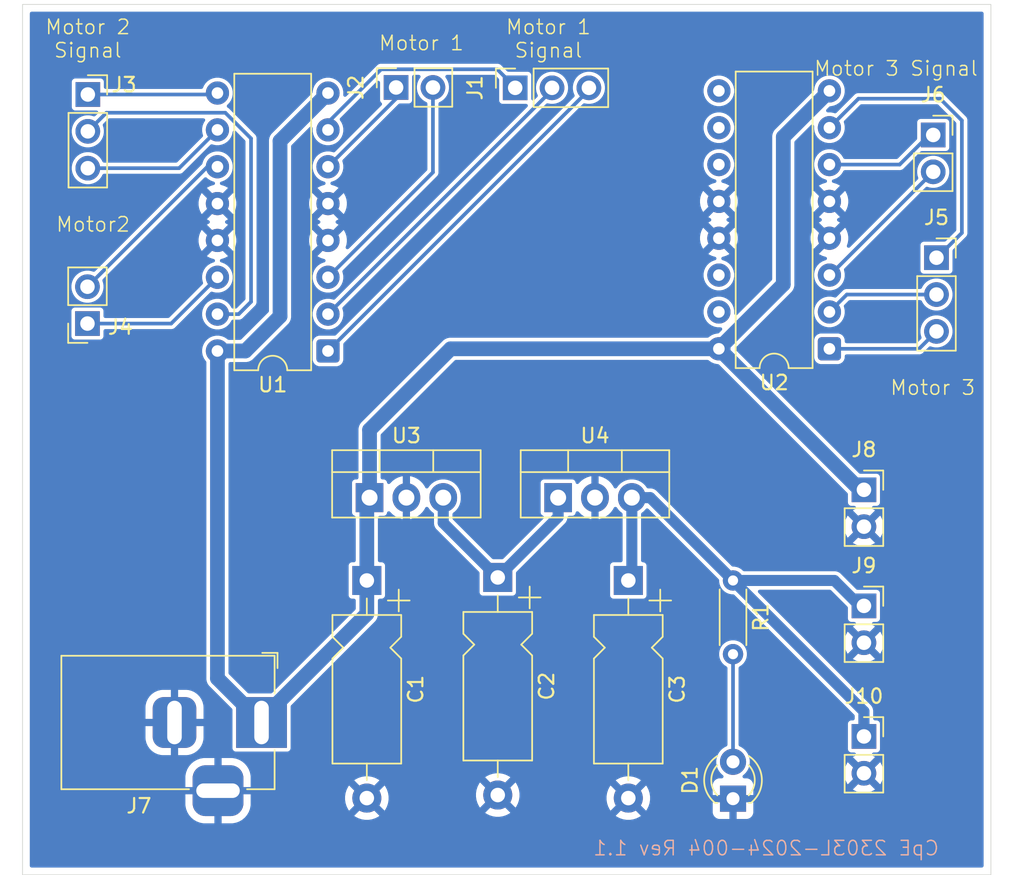
<source format=kicad_pcb>
(kicad_pcb (version 20241229) (generator "pcbnew") (generator_version "9.0")
  (title_block (title "CpE 2303L Practical Activity 3 #1") (date "2025-07-09") (rev "1.1") (company "Chrys Sean T. Sevilla"))
  (layers (0 "F.Cu" signal) (2 "B.Cu" signal) (13 "F.Paste" user) (15 "B.Paste" user) (5 "F.SilkS" user "F.Silkscreen") (7 "B.SilkS" user "B.Silkscreen") (1 "F.Mask" user) (3 "B.Mask" user) (25 "Edge.Cuts" user))
  (net 0 "")
  (net 1 "GND")
  (net 2 "+5V")
  (net 3 "/Motor Driver/11.1V")
  (net 4 "/Motor Driver/PWM1")
  (net 5 "/Motor Driver/BDIRECTION1")
  (net 6 "/Motor Driver/FDIRECTION1")
  (net 7 "/Motor Driver/MOTOR1B")
  (net 8 "/Motor Driver/MOTOR1A")
  (net 9 "/Motor Driver/BDIRECTION2")
  (net 10 "/Motor Driver/FDIRECTION2")
  (net 11 "/Motor Driver/PWM2")
  (net 12 "/Motor Driver/MOTOR2B")
  (net 13 "/Motor Driver/MOTOR2A")
  (net 14 "/Motor Driver/BDIRECTION3")
  (net 15 "/Motor Driver/PWM3")
  (net 16 "/Motor Driver/FDIRECTION3")
  (net 17 "/Motor Driver/MOTOR3B")
  (net 18 "/Motor Driver/MOTOR3A")
  (net 24 "/Power Supply/7809 Output")
  (net 25 "/Power Supply/LED")
  (footprint "Connector_PinSocket_2.54mm:PinSocket_1x03_P2.54mm_Vertical" (layer "F.Cu") (at 102.5 76.21)
    (property "Reference" "J3" (at 2.5 -0.67 0) (layer "F.SilkS"))
    (property "Value" "MOTOR2 SIGNAL")
    (fp_line (start -1.33 1.27) (end -1.33 6.41) (stroke (width 0.12)) (layer "F.SilkS"))
    (fp_line (start -1.33 1.27) (end 1.33 1.27) (stroke (width 0.12)) (layer "F.SilkS"))
    (fp_line (start -1.33 6.41) (end 1.33 6.41) (stroke (width 0.12)) (layer "F.SilkS"))
    (fp_line (start 0 -1.33) (end 1.33 -1.33) (stroke (width 0.12)) (layer "F.SilkS"))
    (fp_line (start 1.33 -1.33) (end 1.33 0) (stroke (width 0.12)) (layer "F.SilkS"))
    (fp_line (start 1.33 1.27) (end 1.33 6.41) (stroke (width 0.12)) (layer "F.SilkS"))
    (pad "1" thru_hole rect (at 0 0) (size 1.7 1.7) (drill 1) (layers "*.Cu" "*.Mask") (net 11 "/Motor Driver/PWM2"))
    (pad "2" thru_hole circle (at 0 2.54) (size 1.7 1.7) (drill 1) (layers "*.Cu" "*.Mask") (net 10 "/Motor Driver/FDIRECTION2"))
    (pad "3" thru_hole circle (at 0 5.08) (size 1.7 1.7) (drill 1) (layers "*.Cu" "*.Mask") (net 9 "/Motor Driver/BDIRECTION2"))
  )
  (footprint "Connector_BarrelJack:BarrelJack_Horizontal" (layer "F.Cu") (at 114.475 119.5)
    (property "Reference" "J7" (at -8.45 5.75 0) (layer "F.SilkS"))
    (property "Value" "Barrel_Jack_Switch")
    (fp_line (start -13.8 -4.6) (end 0.9 -4.6) (stroke (width 0.12)) (layer "F.SilkS"))
    (fp_line (start -13.8 4.6) (end -13.8 -4.6) (stroke (width 0.12)) (layer "F.SilkS"))
    (fp_line (start -5 4.6) (end -13.8 4.6) (stroke (width 0.12)) (layer "F.SilkS"))
    (fp_line (start 0.05 -4.8) (end 1.1 -4.8) (stroke (width 0.12)) (layer "F.SilkS"))
    (fp_line (start 0.9 -4.6) (end 0.9 -2) (stroke (width 0.12)) (layer "F.SilkS"))
    (fp_line (start 0.9 1.9) (end 0.9 4.6) (stroke (width 0.12)) (layer "F.SilkS"))
    (fp_line (start 0.9 4.6) (end -1 4.6) (stroke (width 0.12)) (layer "F.SilkS"))
    (fp_line (start 1.1 -3.75) (end 1.1 -4.8) (stroke (width 0.12)) (layer "F.SilkS"))
    (pad "1" thru_hole rect (at 0 0) (size 3.5 3.5) (drill oval 1 3) (layers "*.Cu" "*.Mask") (net 3 "/Motor Driver/11.1V"))
    (pad "2" thru_hole roundrect (at -6 0) (size 3 3.5) (drill oval 1 3) (layers "*.Cu" "*.Mask") (net 1 "GND"))
    (pad "3" thru_hole roundrect (at -3 4.7) (size 3.5 3.5) (drill oval 3 1) (layers "*.Cu" "*.Mask") (net 1 "GND"))
  )
  (footprint "Resistor_THT:R_Axial_DIN0204_L3.6mm_D1.6mm_P5.08mm_Horizontal" (layer "F.Cu") (at 146.975 109.71 -90)
    (property "Reference" "R1" (at 2.54 -1.92 90) (layer "F.SilkS"))
    (property "Value" "180")
    (fp_line (start 0.62 0.92) (end 4.46 0.92) (stroke (width 0.12)) (layer "F.SilkS"))
    (fp_line (start 0.62 -0.92) (end 4.46 -0.92) (stroke (width 0.12)) (layer "F.SilkS"))
    (pad "1" thru_hole circle (at 0 0 270) (size 1.4 1.4) (drill 0.7) (layers "*.Cu" "*.Mask") (net 2 "+5V"))
    (pad "2" thru_hole oval (at 5.08 0 270) (size 1.4 1.4) (drill 0.7) (layers "*.Cu" "*.Mask") (net 25 "/Power Supply/LED"))
  )
  (footprint "Capacitor_THT:CP_Axial_L10.0mm_D4.5mm_P15.00mm_Horizontal" (layer "F.Cu") (at 121.7325 109.71 -90)
    (property "Reference" "C1" (at 7.5 -3.37 90) (layer "F.SilkS"))
    (property "Value" "470uF")
    (fp_line (start 2.38 2.37) (end 3.88 2.37) (stroke (width 0.12)) (layer "F.SilkS"))
    (fp_line (start 3.88 2.37) (end 4.63 1.62) (stroke (width 0.12)) (layer "F.SilkS"))
    (fp_line (start 5.38 2.37) (end 12.62 2.37) (stroke (width 0.12)) (layer "F.SilkS"))
    (fp_line (start 4.63 1.62) (end 5.38 2.37) (stroke (width 0.12)) (layer "F.SilkS"))
    (fp_line (start 1.24 0) (end 2.38 0) (stroke (width 0.12)) (layer "F.SilkS"))
    (fp_line (start 13.76 0) (end 12.62 0) (stroke (width 0.12)) (layer "F.SilkS"))
    (fp_line (start 4.63 -1.62) (end 5.38 -2.37) (stroke (width 0.12)) (layer "F.SilkS"))
    (fp_line (start 0.63 -2.2) (end 2.13 -2.2) (stroke (width 0.12)) (layer "F.SilkS"))
    (fp_line (start 2.38 -2.37) (end 2.38 2.37) (stroke (width 0.12)) (layer "F.SilkS"))
    (fp_line (start 2.38 -2.37) (end 3.88 -2.37) (stroke (width 0.12)) (layer "F.SilkS"))
    (fp_line (start 3.88 -2.37) (end 4.63 -1.62) (stroke (width 0.12)) (layer "F.SilkS"))
    (fp_line (start 5.38 -2.37) (end 12.62 -2.37) (stroke (width 0.12)) (layer "F.SilkS"))
    (fp_line (start 12.62 -2.37) (end 12.62 2.37) (stroke (width 0.12)) (layer "F.SilkS"))
    (fp_line (start 1.38 -2.95) (end 1.38 -1.45) (stroke (width 0.12)) (layer "F.SilkS"))
    (pad "1" thru_hole rect (at 0 0 270) (size 2 2) (drill 1) (layers "*.Cu" "*.Mask") (net 3 "/Motor Driver/11.1V"))
    (pad "2" thru_hole circle (at 15 0 270) (size 2 2) (drill 1) (layers "*.Cu" "*.Mask") (net 1 "GND"))
  )
  (footprint "Connector_PinSocket_2.54mm:PinSocket_1x02_P2.54mm_Vertical" (layer "F.Cu") (at 156 111.46)
    (property "Reference" "J9" (at 0 -2.77 0) (layer "F.SilkS"))
    (property "Value" "5V OUTPUT")
    (fp_line (start -1.33 1.27) (end -1.33 3.87) (stroke (width 0.12)) (layer "F.SilkS"))
    (fp_line (start -1.33 1.27) (end 1.33 1.27) (stroke (width 0.12)) (layer "F.SilkS"))
    (fp_line (start -1.33 3.87) (end 1.33 3.87) (stroke (width 0.12)) (layer "F.SilkS"))
    (fp_line (start 0 -1.33) (end 1.33 -1.33) (stroke (width 0.12)) (layer "F.SilkS"))
    (fp_line (start 1.33 -1.33) (end 1.33 0) (stroke (width 0.12)) (layer "F.SilkS"))
    (fp_line (start 1.33 1.27) (end 1.33 3.87) (stroke (width 0.12)) (layer "F.SilkS"))
    (pad "1" thru_hole rect (at 0 0) (size 1.7 1.7) (drill 1) (layers "*.Cu" "*.Mask") (net 2 "+5V"))
    (pad "2" thru_hole circle (at 0 2.54) (size 1.7 1.7) (drill 1) (layers "*.Cu" "*.Mask") (net 1 "GND"))
  )
  (footprint "Connector_PinSocket_2.54mm:PinSocket_1x03_P2.54mm_Vertical" (layer "F.Cu") (at 161 87.46)
    (property "Reference" "J5" (at 0 -2.77 0) (layer "F.SilkS"))
    (property "Value" "MOTOR3 SIGNAL")
    (fp_line (start -1.33 1.27) (end -1.33 6.41) (stroke (width 0.12)) (layer "F.SilkS"))
    (fp_line (start -1.33 1.27) (end 1.33 1.27) (stroke (width 0.12)) (layer "F.SilkS"))
    (fp_line (start -1.33 6.41) (end 1.33 6.41) (stroke (width 0.12)) (layer "F.SilkS"))
    (fp_line (start 0 -1.33) (end 1.33 -1.33) (stroke (width 0.12)) (layer "F.SilkS"))
    (fp_line (start 1.33 -1.33) (end 1.33 0) (stroke (width 0.12)) (layer "F.SilkS"))
    (fp_line (start 1.33 1.27) (end 1.33 6.41) (stroke (width 0.12)) (layer "F.SilkS"))
    (pad "1" thru_hole rect (at 0 0) (size 1.7 1.7) (drill 1) (layers "*.Cu" "*.Mask") (net 14 "/Motor Driver/BDIRECTION3"))
    (pad "2" thru_hole circle (at 0 2.54) (size 1.7 1.7) (drill 1) (layers "*.Cu" "*.Mask") (net 16 "/Motor Driver/FDIRECTION3"))
    (pad "3" thru_hole circle (at 0 5.08) (size 1.7 1.7) (drill 1) (layers "*.Cu" "*.Mask") (net 15 "/Motor Driver/PWM3"))
  )
  (footprint "Connector_PinSocket_2.54mm:PinSocket_1x02_P2.54mm_Vertical" (layer "F.Cu") (at 123.75 75.725 90)
    (property "Reference" "J2" (at 0 -2.77 90) (layer "F.SilkS"))
    (property "Value" "MOTOR1")
    (fp_line (start 1.33 -1.33) (end 1.33 0) (stroke (width 0.12)) (layer "F.SilkS"))
    (fp_line (start 0 -1.33) (end 1.33 -1.33) (stroke (width 0.12)) (layer "F.SilkS"))
    (fp_line (start 1.33 1.27) (end 1.33 3.87) (stroke (width 0.12)) (layer "F.SilkS"))
    (fp_line (start -1.33 1.27) (end 1.33 1.27) (stroke (width 0.12)) (layer "F.SilkS"))
    (fp_line (start -1.33 1.27) (end -1.33 3.87) (stroke (width 0.12)) (layer "F.SilkS"))
    (fp_line (start -1.33 3.87) (end 1.33 3.87) (stroke (width 0.12)) (layer "F.SilkS"))
    (pad "1" thru_hole rect (at 0 0 90) (size 1.7 1.7) (drill 1) (layers "*.Cu" "*.Mask") (net 7 "/Motor Driver/MOTOR1B"))
    (pad "2" thru_hole circle (at 0 2.54 90) (size 1.7 1.7) (drill 1) (layers "*.Cu" "*.Mask") (net 8 "/Motor Driver/MOTOR1A"))
  )
  (footprint "Capacitor_THT:CP_Axial_L10.0mm_D4.5mm_P15.00mm_Horizontal" (layer "F.Cu") (at 130.7575 109.5 -90)
    (property "Reference" "C2" (at 7.5 -3.37 90) (layer "F.SilkS"))
    (property "Value" "0.1uF")
    (fp_line (start 2.38 2.37) (end 3.88 2.37) (stroke (width 0.12)) (layer "F.SilkS"))
    (fp_line (start 3.88 2.37) (end 4.63 1.62) (stroke (width 0.12)) (layer "F.SilkS"))
    (fp_line (start 5.38 2.37) (end 12.62 2.37) (stroke (width 0.12)) (layer "F.SilkS"))
    (fp_line (start 4.63 1.62) (end 5.38 2.37) (stroke (width 0.12)) (layer "F.SilkS"))
    (fp_line (start 1.24 0) (end 2.38 0) (stroke (width 0.12)) (layer "F.SilkS"))
    (fp_line (start 13.76 0) (end 12.62 0) (stroke (width 0.12)) (layer "F.SilkS"))
    (fp_line (start 4.63 -1.62) (end 5.38 -2.37) (stroke (width 0.12)) (layer "F.SilkS"))
    (fp_line (start 0.63 -2.2) (end 2.13 -2.2) (stroke (width 0.12)) (layer "F.SilkS"))
    (fp_line (start 2.38 -2.37) (end 2.38 2.37) (stroke (width 0.12)) (layer "F.SilkS"))
    (fp_line (start 2.38 -2.37) (end 3.88 -2.37) (stroke (width 0.12)) (layer "F.SilkS"))
    (fp_line (start 3.88 -2.37) (end 4.63 -1.62) (stroke (width 0.12)) (layer "F.SilkS"))
    (fp_line (start 5.38 -2.37) (end 12.62 -2.37) (stroke (width 0.12)) (layer "F.SilkS"))
    (fp_line (start 12.62 -2.37) (end 12.62 2.37) (stroke (width 0.12)) (layer "F.SilkS"))
    (fp_line (start 1.38 -2.95) (end 1.38 -1.45) (stroke (width 0.12)) (layer "F.SilkS"))
    (pad "1" thru_hole rect (at 0 0 270) (size 2 2) (drill 1) (layers "*.Cu" "*.Mask") (net 24 "/Power Supply/7809 Output"))
    (pad "2" thru_hole circle (at 15 0 270) (size 2 2) (drill 1) (layers "*.Cu" "*.Mask") (net 1 "GND"))
  )
  (footprint "Package_DIP:DIP-16_W7.62mm" (layer "F.Cu") (at 153.62 93.74 180)
    (property "Reference" "U2" (at 3.81 -2.33 0) (layer "F.SilkS"))
    (property "Value" "L293D")
    (fp_line (start 6.46 19.11) (end 6.46 -1.33) (stroke (width 0.12)) (layer "F.SilkS"))
    (fp_line (start 6.46 -1.33) (end 4.81 -1.33) (stroke (width 0.12)) (layer "F.SilkS"))
    (fp_line (start 2.81 -1.33) (end 1.16 -1.33) (stroke (width 0.12)) (layer "F.SilkS"))
    (fp_line (start 1.16 19.11) (end 6.46 19.11) (stroke (width 0.12)) (layer "F.SilkS"))
    (fp_line (start 1.16 -1.33) (end 1.16 19.11) (stroke (width 0.12)) (layer "F.SilkS"))
    (fp_arc (start 4.81 -1.33) (mid 3.81 -0.33) (end 2.81 -1.33) (stroke (width 0.12)) (layer "F.SilkS"))
    (pad "1" thru_hole roundrect (at 0 0 180) (size 1.6 1.6) (drill 0.8) (layers "*.Cu" "*.Mask") (roundrect_rratio 0.15625) (net 15 "/Motor Driver/PWM3"))
    (pad "2" thru_hole circle (at 0 2.54 180) (size 1.6 1.6) (drill 0.8) (layers "*.Cu" "*.Mask") (net 16 "/Motor Driver/FDIRECTION3"))
    (pad "3" thru_hole circle (at 0 5.08 180) (size 1.6 1.6) (drill 0.8) (layers "*.Cu" "*.Mask") (net 18 "/Motor Driver/MOTOR3A"))
    (pad "4" thru_hole circle (at 0 7.62 180) (size 1.6 1.6) (drill 0.8) (layers "*.Cu" "*.Mask") (net 1 "GND"))
    (pad "5" thru_hole circle (at 0 10.16 180) (size 1.6 1.6) (drill 0.8) (layers "*.Cu" "*.Mask") (net 1 "GND"))
    (pad "6" thru_hole circle (at 0 12.7 180) (size 1.6 1.6) (drill 0.8) (layers "*.Cu" "*.Mask") (net 17 "/Motor Driver/MOTOR3B"))
    (pad "7" thru_hole circle (at 0 15.24 180) (size 1.6 1.6) (drill 0.8) (layers "*.Cu" "*.Mask") (net 14 "/Motor Driver/BDIRECTION3"))
    (pad "8" thru_hole circle (at 0 17.78 180) (size 1.6 1.6) (drill 0.8) (layers "*.Cu" "*.Mask") (net 3 "/Motor Driver/11.1V"))
    (pad "9" thru_hole circle (at 7.62 17.78 180) (size 1.6 1.6) (drill 0.8) (layers "*.Cu" "*.Mask"))
    (pad "10" thru_hole circle (at 7.62 15.24 180) (size 1.6 1.6) (drill 0.8) (layers "*.Cu" "*.Mask"))
    (pad "11" thru_hole circle (at 7.62 12.7 180) (size 1.6 1.6) (drill 0.8) (layers "*.Cu" "*.Mask"))
    (pad "12" thru_hole circle (at 7.62 10.16 180) (size 1.6 1.6) (drill 0.8) (layers "*.Cu" "*.Mask") (net 1 "GND"))
    (pad "13" thru_hole circle (at 7.62 7.62 180) (size 1.6 1.6) (drill 0.8) (layers "*.Cu" "*.Mask") (net 1 "GND"))
    (pad "14" thru_hole circle (at 7.62 5.08 180) (size 1.6 1.6) (drill 0.8) (layers "*.Cu" "*.Mask"))
    (pad "15" thru_hole circle (at 7.62 2.54 180) (size 1.6 1.6) (drill 0.8) (layers "*.Cu" "*.Mask"))
    (pad "16" thru_hole circle (at 7.62 0 180) (size 1.6 1.6) (drill 0.8) (layers "*.Cu" "*.Mask") (net 3 "/Motor Driver/11.1V"))
  )
  (footprint "Package_TO_SOT_THT:TO-220-3_Vertical" (layer "F.Cu") (at 134.92 104)
    (property "Reference" "U4" (at 2.54 -4.27 0) (layer "F.SilkS"))
    (property "Value" "LM7805_TO220")
    (fp_line (start -2.58 -3.27) (end -2.58 1.371) (stroke (width 0.12)) (layer "F.SilkS"))
    (fp_line (start -2.58 -3.27) (end 7.66 -3.27) (stroke (width 0.12)) (layer "F.SilkS"))
    (fp_line (start -2.58 -1.76) (end 7.66 -1.76) (stroke (width 0.12)) (layer "F.SilkS"))
    (fp_line (start -2.58 1.371) (end 7.66 1.371) (stroke (width 0.12)) (layer "F.SilkS"))
    (fp_line (start 0.69 -3.27) (end 0.69 -1.76) (stroke (width 0.12)) (layer "F.SilkS"))
    (fp_line (start 4.391 -3.27) (end 4.391 -1.76) (stroke (width 0.12)) (layer "F.SilkS"))
    (fp_line (start 7.66 -3.27) (end 7.66 1.371) (stroke (width 0.12)) (layer "F.SilkS"))
    (pad "1" thru_hole rect (at 0 0) (size 1.905 2) (drill 1.1) (layers "*.Cu" "*.Mask") (net 24 "/Power Supply/7809 Output"))
    (pad "2" thru_hole oval (at 2.54 0) (size 1.905 2) (drill 1.1) (layers "*.Cu" "*.Mask") (net 1 "GND"))
    (pad "3" thru_hole oval (at 5.08 0) (size 1.905 2) (drill 1.1) (layers "*.Cu" "*.Mask") (net 2 "+5V"))
  )
  (footprint "Connector_PinSocket_2.54mm:PinSocket_1x02_P2.54mm_Vertical" (layer "F.Cu") (at 160.775 79)
    (property "Reference" "J6" (at 0 -2.77 0) (layer "F.SilkS"))
    (property "Value" "MOTOR3")
    (fp_line (start -1.33 1.27) (end -1.33 3.87) (stroke (width 0.12)) (layer "F.SilkS"))
    (fp_line (start -1.33 1.27) (end 1.33 1.27) (stroke (width 0.12)) (layer "F.SilkS"))
    (fp_line (start -1.33 3.87) (end 1.33 3.87) (stroke (width 0.12)) (layer "F.SilkS"))
    (fp_line (start 0 -1.33) (end 1.33 -1.33) (stroke (width 0.12)) (layer "F.SilkS"))
    (fp_line (start 1.33 -1.33) (end 1.33 0) (stroke (width 0.12)) (layer "F.SilkS"))
    (fp_line (start 1.33 1.27) (end 1.33 3.87) (stroke (width 0.12)) (layer "F.SilkS"))
    (pad "1" thru_hole rect (at 0 0) (size 1.7 1.7) (drill 1) (layers "*.Cu" "*.Mask") (net 17 "/Motor Driver/MOTOR3B"))
    (pad "2" thru_hole circle (at 0 2.54) (size 1.7 1.7) (drill 1) (layers "*.Cu" "*.Mask") (net 18 "/Motor Driver/MOTOR3A"))
  )
  (footprint "Connector_PinSocket_2.54mm:PinSocket_1x02_P2.54mm_Vertical" (layer "F.Cu") (at 156 103.46)
    (property "Reference" "J8" (at 0 -2.77 0) (layer "F.SilkS"))
    (property "Value" "11.1 V OUTPUT")
    (fp_line (start -1.33 1.27) (end -1.33 3.87) (stroke (width 0.12)) (layer "F.SilkS"))
    (fp_line (start -1.33 1.27) (end 1.33 1.27) (stroke (width 0.12)) (layer "F.SilkS"))
    (fp_line (start -1.33 3.87) (end 1.33 3.87) (stroke (width 0.12)) (layer "F.SilkS"))
    (fp_line (start 0 -1.33) (end 1.33 -1.33) (stroke (width 0.12)) (layer "F.SilkS"))
    (fp_line (start 1.33 -1.33) (end 1.33 0) (stroke (width 0.12)) (layer "F.SilkS"))
    (fp_line (start 1.33 1.27) (end 1.33 3.87) (stroke (width 0.12)) (layer "F.SilkS"))
    (pad "1" thru_hole rect (at 0 0) (size 1.7 1.7) (drill 1) (layers "*.Cu" "*.Mask") (net 3 "/Motor Driver/11.1V"))
    (pad "2" thru_hole circle (at 0 2.54) (size 1.7 1.7) (drill 1) (layers "*.Cu" "*.Mask") (net 1 "GND"))
  )
  (footprint "Package_TO_SOT_THT:TO-220-3_Vertical" (layer "F.Cu") (at 121.92 104)
    (property "Reference" "U3" (at 2.54 -4.27 0) (layer "F.SilkS"))
    (property "Value" "LM7809_TO220")
    (fp_line (start -2.58 -3.27) (end -2.58 1.371) (stroke (width 0.12)) (layer "F.SilkS"))
    (fp_line (start -2.58 -3.27) (end 7.66 -3.27) (stroke (width 0.12)) (layer "F.SilkS"))
    (fp_line (start -2.58 -1.76) (end 7.66 -1.76) (stroke (width 0.12)) (layer "F.SilkS"))
    (fp_line (start -2.58 1.371) (end 7.66 1.371) (stroke (width 0.12)) (layer "F.SilkS"))
    (fp_line (start 0.69 -3.27) (end 0.69 -1.76) (stroke (width 0.12)) (layer "F.SilkS"))
    (fp_line (start 4.391 -3.27) (end 4.391 -1.76) (stroke (width 0.12)) (layer "F.SilkS"))
    (fp_line (start 7.66 -3.27) (end 7.66 1.371) (stroke (width 0.12)) (layer "F.SilkS"))
    (pad "1" thru_hole rect (at 0 0) (size 1.905 2) (drill 1.1) (layers "*.Cu" "*.Mask") (net 3 "/Motor Driver/11.1V"))
    (pad "2" thru_hole oval (at 2.54 0) (size 1.905 2) (drill 1.1) (layers "*.Cu" "*.Mask") (net 1 "GND"))
    (pad "3" thru_hole oval (at 5.08 0) (size 1.905 2) (drill 1.1) (layers "*.Cu" "*.Mask") (net 24 "/Power Supply/7809 Output"))
  )
  (footprint "Connector_PinSocket_2.54mm:PinSocket_1x03_P2.54mm_Vertical" (layer "F.Cu") (at 131.96 75.75 90)
    (property "Reference" "J1" (at 0 -2.77 90) (layer "F.SilkS"))
    (property "Value" "MOTOR1 SIGNAL")
    (fp_line (start 1.33 -1.33) (end 1.33 0) (stroke (width 0.12)) (layer "F.SilkS"))
    (fp_line (start 0 -1.33) (end 1.33 -1.33) (stroke (width 0.12)) (layer "F.SilkS"))
    (fp_line (start 1.33 1.27) (end 1.33 6.41) (stroke (width 0.12)) (layer "F.SilkS"))
    (fp_line (start -1.33 1.27) (end 1.33 1.27) (stroke (width 0.12)) (layer "F.SilkS"))
    (fp_line (start -1.33 1.27) (end -1.33 6.41) (stroke (width 0.12)) (layer "F.SilkS"))
    (fp_line (start -1.33 6.41) (end 1.33 6.41) (stroke (width 0.12)) (layer "F.SilkS"))
    (pad "1" thru_hole rect (at 0 0 90) (size 1.7 1.7) (drill 1) (layers "*.Cu" "*.Mask") (net 5 "/Motor Driver/BDIRECTION1"))
    (pad "2" thru_hole circle (at 0 2.54 90) (size 1.7 1.7) (drill 1) (layers "*.Cu" "*.Mask") (net 6 "/Motor Driver/FDIRECTION1"))
    (pad "3" thru_hole circle (at 0 5.08 90) (size 1.7 1.7) (drill 1) (layers "*.Cu" "*.Mask") (net 4 "/Motor Driver/PWM1"))
  )
  (footprint "Capacitor_THT:CP_Axial_L10.0mm_D4.5mm_P15.00mm_Horizontal" (layer "F.Cu") (at 139.7575 109.71 -90)
    (property "Reference" "C3" (at 7.5 -3.37 90) (layer "F.SilkS"))
    (property "Value" "0.1uF")
    (fp_line (start 2.38 2.37) (end 3.88 2.37) (stroke (width 0.12)) (layer "F.SilkS"))
    (fp_line (start 3.88 2.37) (end 4.63 1.62) (stroke (width 0.12)) (layer "F.SilkS"))
    (fp_line (start 5.38 2.37) (end 12.62 2.37) (stroke (width 0.12)) (layer "F.SilkS"))
    (fp_line (start 4.63 1.62) (end 5.38 2.37) (stroke (width 0.12)) (layer "F.SilkS"))
    (fp_line (start 1.24 0) (end 2.38 0) (stroke (width 0.12)) (layer "F.SilkS"))
    (fp_line (start 13.76 0) (end 12.62 0) (stroke (width 0.12)) (layer "F.SilkS"))
    (fp_line (start 4.63 -1.62) (end 5.38 -2.37) (stroke (width 0.12)) (layer "F.SilkS"))
    (fp_line (start 0.63 -2.2) (end 2.13 -2.2) (stroke (width 0.12)) (layer "F.SilkS"))
    (fp_line (start 2.38 -2.37) (end 2.38 2.37) (stroke (width 0.12)) (layer "F.SilkS"))
    (fp_line (start 2.38 -2.37) (end 3.88 -2.37) (stroke (width 0.12)) (layer "F.SilkS"))
    (fp_line (start 3.88 -2.37) (end 4.63 -1.62) (stroke (width 0.12)) (layer "F.SilkS"))
    (fp_line (start 5.38 -2.37) (end 12.62 -2.37) (stroke (width 0.12)) (layer "F.SilkS"))
    (fp_line (start 12.62 -2.37) (end 12.62 2.37) (stroke (width 0.12)) (layer "F.SilkS"))
    (fp_line (start 1.38 -2.95) (end 1.38 -1.45) (stroke (width 0.12)) (layer "F.SilkS"))
    (pad "1" thru_hole rect (at 0 0 270) (size 2 2) (drill 1) (layers "*.Cu" "*.Mask") (net 2 "+5V"))
    (pad "2" thru_hole circle (at 15 0 270) (size 2 2) (drill 1) (layers "*.Cu" "*.Mask") (net 1 "GND"))
  )
  (footprint "Connector_PinSocket_2.54mm:PinSocket_1x02_P2.54mm_Vertical" (layer "F.Cu") (at 156 120.46)
    (property "Reference" "J10" (at 0 -2.77 0) (layer "F.SilkS"))
    (property "Value" "5V OUTPUT")
    (fp_line (start -1.33 1.27) (end -1.33 3.87) (stroke (width 0.12)) (layer "F.SilkS"))
    (fp_line (start -1.33 1.27) (end 1.33 1.27) (stroke (width 0.12)) (layer "F.SilkS"))
    (fp_line (start -1.33 3.87) (end 1.33 3.87) (stroke (width 0.12)) (layer "F.SilkS"))
    (fp_line (start 0 -1.33) (end 1.33 -1.33) (stroke (width 0.12)) (layer "F.SilkS"))
    (fp_line (start 1.33 -1.33) (end 1.33 0) (stroke (width 0.12)) (layer "F.SilkS"))
    (fp_line (start 1.33 1.27) (end 1.33 3.87) (stroke (width 0.12)) (layer "F.SilkS"))
    (pad "1" thru_hole rect (at 0 0) (size 1.7 1.7) (drill 1) (layers "*.Cu" "*.Mask") (net 2 "+5V"))
    (pad "2" thru_hole circle (at 0 2.54) (size 1.7 1.7) (drill 1) (layers "*.Cu" "*.Mask") (net 1 "GND"))
  )
  (footprint "Package_DIP:DIP-16_W7.62mm" (layer "F.Cu") (at 119.055 93.89 180)
    (property "Reference" "U1" (at 3.81 -2.33 0) (layer "F.SilkS"))
    (property "Value" "L293D")
    (fp_line (start 6.46 19.11) (end 6.46 -1.33) (stroke (width 0.12)) (layer "F.SilkS"))
    (fp_line (start 6.46 -1.33) (end 4.81 -1.33) (stroke (width 0.12)) (layer "F.SilkS"))
    (fp_line (start 2.81 -1.33) (end 1.16 -1.33) (stroke (width 0.12)) (layer "F.SilkS"))
    (fp_line (start 1.16 19.11) (end 6.46 19.11) (stroke (width 0.12)) (layer "F.SilkS"))
    (fp_line (start 1.16 -1.33) (end 1.16 19.11) (stroke (width 0.12)) (layer "F.SilkS"))
    (fp_arc (start 4.81 -1.33) (mid 3.81 -0.33) (end 2.81 -1.33) (stroke (width 0.12)) (layer "F.SilkS"))
    (pad "1" thru_hole roundrect (at 0 0 180) (size 1.6 1.6) (drill 0.8) (layers "*.Cu" "*.Mask") (roundrect_rratio 0.15625) (net 4 "/Motor Driver/PWM1"))
    (pad "2" thru_hole circle (at 0 2.54 180) (size 1.6 1.6) (drill 0.8) (layers "*.Cu" "*.Mask") (net 6 "/Motor Driver/FDIRECTION1"))
    (pad "3" thru_hole circle (at 0 5.08 180) (size 1.6 1.6) (drill 0.8) (layers "*.Cu" "*.Mask") (net 8 "/Motor Driver/MOTOR1A"))
    (pad "4" thru_hole circle (at 0 7.62 180) (size 1.6 1.6) (drill 0.8) (layers "*.Cu" "*.Mask") (net 1 "GND"))
    (pad "5" thru_hole circle (at 0 10.16 180) (size 1.6 1.6) (drill 0.8) (layers "*.Cu" "*.Mask") (net 1 "GND"))
    (pad "6" thru_hole circle (at 0 12.7 180) (size 1.6 1.6) (drill 0.8) (layers "*.Cu" "*.Mask") (net 7 "/Motor Driver/MOTOR1B"))
    (pad "7" thru_hole circle (at 0 15.24 180) (size 1.6 1.6) (drill 0.8) (layers "*.Cu" "*.Mask") (net 5 "/Motor Driver/BDIRECTION1"))
    (pad "8" thru_hole circle (at 0 17.78 180) (size 1.6 1.6) (drill 0.8) (layers "*.Cu" "*.Mask") (net 3 "/Motor Driver/11.1V"))
    (pad "9" thru_hole circle (at 7.62 17.78 180) (size 1.6 1.6) (drill 0.8) (layers "*.Cu" "*.Mask") (net 11 "/Motor Driver/PWM2"))
    (pad "10" thru_hole circle (at 7.62 15.24 180) (size 1.6 1.6) (drill 0.8) (layers "*.Cu" "*.Mask") (net 9 "/Motor Driver/BDIRECTION2"))
    (pad "11" thru_hole circle (at 7.62 12.7 180) (size 1.6 1.6) (drill 0.8) (layers "*.Cu" "*.Mask") (net 12 "/Motor Driver/MOTOR2B"))
    (pad "12" thru_hole circle (at 7.62 10.16 180) (size 1.6 1.6) (drill 0.8) (layers "*.Cu" "*.Mask") (net 1 "GND"))
    (pad "13" thru_hole circle (at 7.62 7.62 180) (size 1.6 1.6) (drill 0.8) (layers "*.Cu" "*.Mask") (net 1 "GND"))
    (pad "14" thru_hole circle (at 7.62 5.08 180) (size 1.6 1.6) (drill 0.8) (layers "*.Cu" "*.Mask") (net 13 "/Motor Driver/MOTOR2A"))
    (pad "15" thru_hole circle (at 7.62 2.54 180) (size 1.6 1.6) (drill 0.8) (layers "*.Cu" "*.Mask") (net 10 "/Motor Driver/FDIRECTION2"))
    (pad "16" thru_hole circle (at 7.62 0 180) (size 1.6 1.6) (drill 0.8) (layers "*.Cu" "*.Mask") (net 3 "/Motor Driver/11.1V"))
  )
  (footprint "Connector_PinSocket_2.54mm:PinSocket_1x02_P2.54mm_Vertical" (layer "F.Cu") (at 102.475 92 180)
    (property "Reference" "J4" (at -2.275 -0.25 0) (layer "F.SilkS"))
    (property "Value" "MOTOR2")
    (fp_line (start 1.33 1.27) (end 1.33 3.87) (stroke (width 0.12)) (layer "F.SilkS"))
    (fp_line (start 1.33 -1.33) (end 1.33 0) (stroke (width 0.12)) (layer "F.SilkS"))
    (fp_line (start 0 -1.33) (end 1.33 -1.33) (stroke (width 0.12)) (layer "F.SilkS"))
    (fp_line (start -1.33 3.87) (end 1.33 3.87) (stroke (width 0.12)) (layer "F.SilkS"))
    (fp_line (start -1.33 1.27) (end 1.33 1.27) (stroke (width 0.12)) (layer "F.SilkS"))
    (fp_line (start -1.33 1.27) (end -1.33 3.87) (stroke (width 0.12)) (layer "F.SilkS"))
    (pad "1" thru_hole rect (at 0 0 180) (size 1.7 1.7) (drill 1) (layers "*.Cu" "*.Mask") (net 13 "/Motor Driver/MOTOR2A"))
    (pad "2" thru_hole circle (at 0 2.54 180) (size 1.7 1.7) (drill 1) (layers "*.Cu" "*.Mask") (net 12 "/Motor Driver/MOTOR2B"))
  )
  (footprint "LED_THT:LED_D3.0mm" (layer "F.Cu") (at 146.975 124.75 90)
    (property "Reference" "D1" (at 1.27 -2.96 90) (layer "F.SilkS"))
    (property "Value" "LED")
    (fp_line (start -0.29 -1.236) (end -0.29 -1.08) (stroke (width 0.12)) (layer "F.SilkS"))
    (fp_line (start -0.29 1.08) (end -0.29 1.236) (stroke (width 0.12)) (layer "F.SilkS"))
    (fp_arc (start -0.29 -1.235516) (mid 1.365624 -1.987701) (end 2.941397 -1.080061) (stroke (width 0.12)) (layer "F.SilkS"))
    (fp_arc (start 0.229039 -1.08) (mid 1.269964 -1.5) (end 2.31091 -1.080049) (stroke (width 0.12)) (layer "F.SilkS"))
    (fp_arc (start 2.31091 1.080049) (mid 1.269964 1.5) (end 0.229039 1.08) (stroke (width 0.12)) (layer "F.SilkS"))
    (fp_arc (start 2.941397 1.080061) (mid 1.365624 1.987701) (end -0.29 1.235516) (stroke (width 0.12)) (layer "F.SilkS"))
    (pad "1" thru_hole rect (at 0 0 90) (size 1.8 1.8) (drill 0.9) (layers "*.Cu" "*.Mask") (net 1 "GND"))
    (pad "2" thru_hole circle (at 2.54 0 90) (size 1.8 1.8) (drill 0.9) (layers "*.Cu" "*.Mask") (net 25 "/Power Supply/LED"))
  )
  (gr_rect (start 98 70) (end 164.75 130) (stroke (width 0.05)) (fill no) (layer "Edge.Cuts"))
  (gr_text "Motor 2\nSignal" (at 102.5 73.75 0) (layer "F.SilkS") (effects (font (size 1 1) (thickness 0.1)) (justify bottom)))
  (gr_text "Motor2" (at 100.25 85.75 0) (layer "F.SilkS") (effects (font (size 1 1) (thickness 0.1)) (justify left bottom)))
  (gr_text "Motor 1\nSignal" (at 134.25 73.75 0) (layer "F.SilkS") (effects (font (size 1 1) (thickness 0.1)) (justify bottom)))
  (gr_text "Motor 3" (at 157.75 97 0) (layer "F.SilkS") (effects (font (size 1 1) (thickness 0.1)) (justify left bottom)))
  (gr_text "Motor 1" (at 122.5 73.25 0) (layer "F.SilkS") (effects (font (size 1 1) (thickness 0.1)) (justify left bottom)))
  (gr_text "Motor 3 Signal\n" (at 152.5 75 0) (layer "F.SilkS") (effects (font (size 1 1) (thickness 0.1)) (justify left bottom)))
  (gr_text "CpE 2303L-2024-004 Rev 1.1" (at 161.25 128.75 0) (layer "B.SilkS") (effects (font (size 1 1) (thickness 0.1)) (justify left bottom mirror)))
  (segment (start 155.71 111.46) (end 153.96 109.71) (width 0.762) (layer "B.Cu") (net 2))
  (segment (start 140 104) (end 140 109.4675) (width 0.762) (layer "B.Cu") (net 2))
  (segment (start 156 118.735) (end 146.975 109.71) (width 0.762) (layer "B.Cu") (net 2))
  (segment (start 140 109.4675) (end 139.7575 109.71) (width 0.762) (layer "B.Cu") (net 2))
  (segment (start 156 111.46) (end 155.71 111.46) (width 0.762) (layer "B.Cu") (net 2))
  (segment (start 153.96 109.71) (end 146.975 109.71) (width 0.762) (layer "B.Cu") (net 2))
  (segment (start 156 120.46) (end 156 118.9733) (width 0.762) (layer "B.Cu") (net 2))
  (segment (start 156 120.46) (end 156 118.735) (width 0.762) (layer "B.Cu") (net 2))
  (segment (start 141.265 104) (end 146.975 109.71) (width 0.762) (layer "B.Cu") (net 2))
  (segment (start 156 111.46) (end 156 111.25) (width 0.762) (layer "B.Cu") (net 2))
  (segment (start 140 104) (end 141.265 104) (width 0.762) (layer "B.Cu") (net 2))
  (segment (start 121.92 104) (end 121.92 99.33) (width 1.016) (layer "B.Cu") (net 3))
  (segment (start 146 93.74) (end 127.51 93.74) (width 1.016) (layer "B.Cu") (net 3))
  (segment (start 127.51 93.74) (end 121.92 99.33) (width 1.016) (layer "B.Cu") (net 3))
  (segment (start 121.7325 104.1875) (end 121.92 104) (width 1.016) (layer "B.Cu") (net 3))
  (segment (start 150.441 89.299) (end 150.441 79.139) (width 1.016) (layer "B.Cu") (net 3))
  (segment (start 111.435 116.46) (end 114.475 119.5) (width 1.016) (layer "B.Cu") (net 3))
  (segment (start 150.441 79.139) (end 153.62 75.96) (width 1.016) (layer "B.Cu") (net 3))
  (segment (start 113.36 93.89) (end 111.435 93.89) (width 1.016) (layer "B.Cu") (net 3))
  (segment (start 121.7325 109.71) (end 121.7325 112.0175) (width 1.016) (layer "B.Cu") (net 3))
  (segment (start 111.435 93.89) (end 111.435 116.46) (width 1.016) (layer "B.Cu") (net 3))
  (segment (start 155.72 103.46) (end 156 103.46) (width 1.016) (layer "B.Cu") (net 3))
  (segment (start 115.75 91.5) (end 113.36 93.89) (width 1.016) (layer "B.Cu") (net 3))
  (segment (start 114.475 119.5) (end 114.475 119.275) (width 1.016) (layer "B.Cu") (net 3))
  (segment (start 114.475 119.275) (end 121.7325 112.0175) (width 1.016) (layer "B.Cu") (net 3))
  (segment (start 146 93.74) (end 155.72 103.46) (width 1.016) (layer "B.Cu") (net 3))
  (segment (start 115.75 79.415) (end 115.75 91.5) (width 1.016) (layer "B.Cu") (net 3))
  (segment (start 119.055 76.11) (end 115.75 79.415) (width 1.016) (layer "B.Cu") (net 3))
  (segment (start 146 93.74) (end 150.441 89.299) (width 1.016) (layer "B.Cu") (net 3))
  (segment (start 121.7325 109.71) (end 121.7325 104.1875) (width 1.016) (layer "B.Cu") (net 3))
  (segment (start 137.04 75.75) (end 137.04 75.905) (width 0.254) (layer "B.Cu") (net 4))
  (segment (start 137.04 75.905) (end 119.055 93.89) (width 0.254) (layer "B.Cu") (net 4))
  (segment (start 131.96 75.75) (end 131.96 75.71) (width 0.254) (layer "B.Cu") (net 5))
  (segment (start 122.7193 74.4724) (end 119.055 78.1367) (width 0.254) (layer "B.Cu") (net 5))
  (segment (start 119.055 78.1367) (end 119.055 78.65) (width 0.254) (layer "B.Cu") (net 5))
  (segment (start 130.7224 74.4724) (end 122.7193 74.4724) (width 0.254) (layer "B.Cu") (net 5))
  (segment (start 131.96 75.71) (end 130.7224 74.4724) (width 0.254) (layer "B.Cu") (net 5))
  (segment (start 119.055 91.35) (end 134.5 75.905) (width 0.254) (layer "B.Cu") (net 6))
  (segment (start 134.5 75.905) (end 134.5 75.75) (width 0.254) (layer "B.Cu") (net 6))
  (segment (start 123.75 75.725) (end 123.75 76.495) (width 0.254) (layer "B.Cu") (net 7))
  (segment (start 123.75 76.495) (end 119.055 81.19) (width 0.254) (layer "B.Cu") (net 7))
  (segment (start 126.29 81.575) (end 119.055 88.81) (width 0.254) (layer "B.Cu") (net 8))
  (segment (start 126.29 75.725) (end 126.29 81.575) (width 0.254) (layer "B.Cu") (net 8))
  (segment (start 108.795 81.29) (end 102.5 81.29) (width 0.254) (layer "B.Cu") (net 9))
  (segment (start 111.435 78.65) (end 108.795 81.29) (width 0.254) (layer "B.Cu") (net 9))
  (segment (start 113.75 79.2397) (end 111.9773 77.467) (width 0.254) (layer "B.Cu") (net 10))
  (segment (start 111.435 91.35) (end 112.9 91.35) (width 0.254) (layer "B.Cu") (net 10))
  (segment (start 103.783 77.467) (end 102.5 78.75) (width 0.254) (layer "B.Cu") (net 10))
  (segment (start 113.75 90.5) (end 113.75 79.2397) (width 0.254) (layer "B.Cu") (net 10))
  (segment (start 112.9 91.35) (end 113.75 90.5) (width 0.254) (layer "B.Cu") (net 10))
  (segment (start 111.9773 77.467) (end 103.783 77.467) (width 0.254) (layer "B.Cu") (net 10))
  (segment (start 102.5 76.21) (end 111.335 76.21) (width 0.254) (layer "B.Cu") (net 11))
  (segment (start 111.335 76.21) (end 111.435 76.11) (width 0.254) (layer "B.Cu") (net 11))
  (segment (start 102.475 89.46) (end 110.745 81.19) (width 0.254) (layer "B.Cu") (net 12))
  (segment (start 110.745 81.19) (end 111.435 81.19) (width 0.254) (layer "B.Cu") (net 12))
  (segment (start 108.245 92) (end 102.475 92) (width 0.254) (layer "B.Cu") (net 13))
  (segment (start 111.435 88.81) (end 108.245 92) (width 0.254) (layer "B.Cu") (net 13))
  (segment (start 161 87.46) (end 161.04 87.46) (width 0.254) (layer "B.Cu") (net 14))
  (segment (start 162.75 78) (end 161.25 76.5) (width 0.254) (layer "B.Cu") (net 14))
  (segment (start 161.04 87.46) (end 162.75 85.75) (width 0.254) (layer "B.Cu") (net 14))
  (segment (start 155.62 76.5) (end 153.62 78.5) (width 0.254) (layer "B.Cu") (net 14))
  (segment (start 162.75 85.75) (end 162.75 78) (width 0.254) (layer "B.Cu") (net 14))
  (segment (start 161.25 76.5) (end 155.62 76.5) (width 0.254) (layer "B.Cu") (net 14))
  (segment (start 153.62 93.74) (end 159.8 93.74) (width 0.254) (layer "B.Cu") (net 15))
  (segment (start 159.8 93.74) (end 161 92.54) (width 0.254) (layer "B.Cu") (net 15))
  (segment (start 154.82 90) (end 153.62 91.2) (width 0.254) (layer "B.Cu") (net 16))
  (segment (start 161 90) (end 154.82 90) (width 0.254) (layer "B.Cu") (net 16))
  (segment (start 160.5 79) (end 160.775 79) (width 0.254) (layer "B.Cu") (net 17))
  (segment (start 153.62 81.04) (end 158.46 81.04) (width 0.254) (layer "B.Cu") (net 17))
  (segment (start 158.46 81.04) (end 160.5 79) (width 0.254) (layer "B.Cu") (net 17))
  (segment (start 153.62 88.66) (end 153.655 88.66) (width 0.254) (layer "B.Cu") (net 18))
  (segment (start 153.655 88.66) (end 160.775 81.54) (width 0.254) (layer "B.Cu") (net 18))
  (segment (start 127 104) (end 127 105.7425) (width 0.762) (layer "B.Cu") (net 24))
  (segment (start 127 105.7425) (end 130.7575 109.5) (width 0.762) (layer "B.Cu") (net 24))
  (segment (start 134.92 105.3375) (end 130.7575 109.5) (width 0.762) (layer "B.Cu") (net 24))
  (segment (start 134.92 104) (end 134.92 105.3375) (width 0.762) (layer "B.Cu") (net 24))
  (segment (start 146.975 122.21) (end 146.975 114.79) (width 0.254) (layer "B.Cu") (net 25))
  (zone (net 1) (net_name "GND") (layer "B.Cu") (connect_pads (clearance 0.254)) (min_thickness 0.25) (fill yes (thermal_gap 0.5) (thermal_bridge_width 0.5))
    (polygon (pts (xy 164.75 130) (xy 164.75 70) (xy 98 70) (xy 98 130)))
  )
)
</source>
